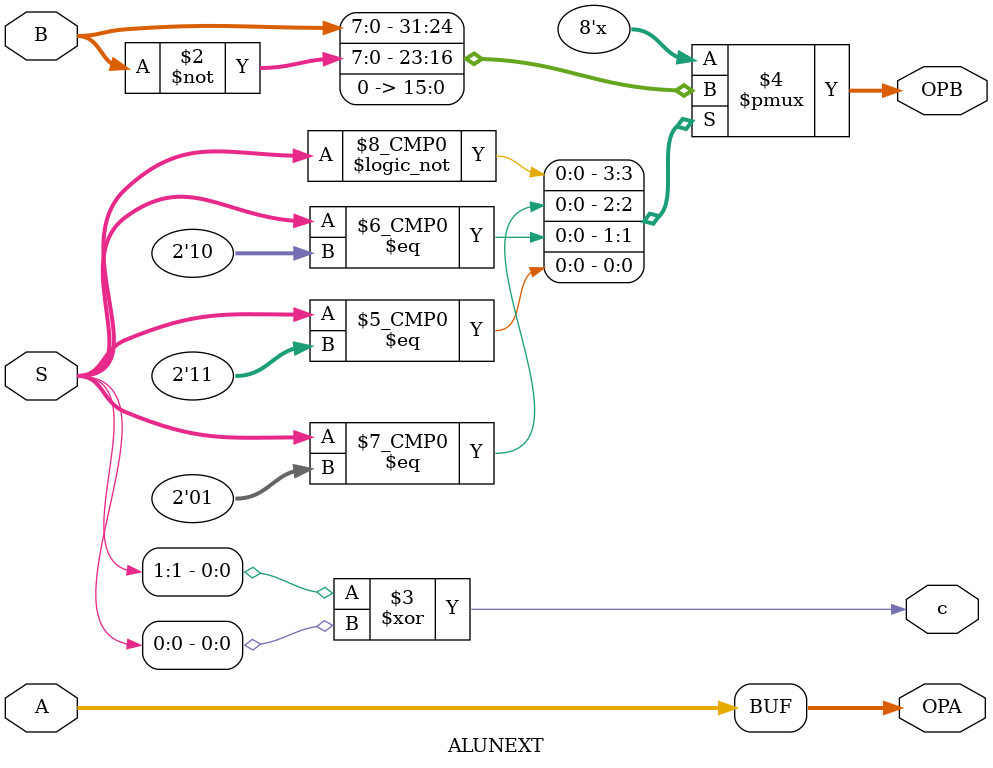
<source format=v>
module ALUNEXT(
	input[7:0]A, // 8 BIT FIRDT INPUT
	input[7:0]B, // B BIT SECOND INPUT
	input[1:0]S, // SELECTOR
	output[7:0]OPA, // adder operand a
	output reg [7:0]OPB, // adderoperand b
	output c // CARRY

);

always @(*)
	begin
		case(S)
			2'b00: OPB = B;
			2'b01 : OPB = ~B;
			2'b10 : OPB = 0;
			2'b11 : OPB = 0;
			default: OPB = B;
		endcase
	end

assign OPA = A;
assign c = S[1] ^ S[0]; // y xor z to generate ´1 carry


	
endmodule

</source>
